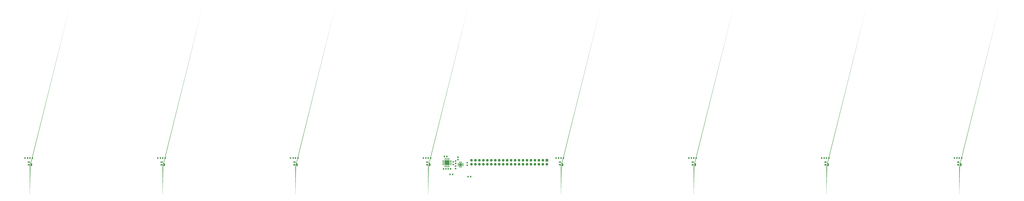
<source format=gbr>
%TF.GenerationSoftware,KiCad,Pcbnew,9.0.1-9.0.1-0~ubuntu22.04.1*%
%TF.CreationDate,2025-06-14T14:09:09+02:00*%
%TF.ProjectId,recorder,7265636f-7264-4657-922e-6b696361645f,rev?*%
%TF.SameCoordinates,Original*%
%TF.FileFunction,Soldermask,Top*%
%TF.FilePolarity,Negative*%
%FSLAX46Y46*%
G04 Gerber Fmt 4.6, Leading zero omitted, Abs format (unit mm)*
G04 Created by KiCad (PCBNEW 9.0.1-9.0.1-0~ubuntu22.04.1) date 2025-06-14 14:09:09*
%MOMM*%
%LPD*%
G01*
G04 APERTURE LIST*
G04 Aperture macros list*
%AMRoundRect*
0 Rectangle with rounded corners*
0 $1 Rounding radius*
0 $2 $3 $4 $5 $6 $7 $8 $9 X,Y pos of 4 corners*
0 Add a 4 corners polygon primitive as box body*
4,1,4,$2,$3,$4,$5,$6,$7,$8,$9,$2,$3,0*
0 Add four circle primitives for the rounded corners*
1,1,$1+$1,$2,$3*
1,1,$1+$1,$4,$5*
1,1,$1+$1,$6,$7*
1,1,$1+$1,$8,$9*
0 Add four rect primitives between the rounded corners*
20,1,$1+$1,$2,$3,$4,$5,0*
20,1,$1+$1,$4,$5,$6,$7,0*
20,1,$1+$1,$6,$7,$8,$9,0*
20,1,$1+$1,$8,$9,$2,$3,0*%
%AMFreePoly0*
4,1,92,0.117526,0.333263,0.309794,0.295018,0.328553,0.289328,0.509665,0.214309,0.526954,0.205068,0.689950,0.096157,0.705104,0.083721,0.843721,-0.054896,0.856157,-0.070050,0.965068,-0.233046,0.974309,-0.250335,1.049328,-0.431447,1.055018,-0.450206,1.093263,-0.642474,1.095185,-0.661983,1.095185,-0.858017,1.093263,-0.877526,1.055018,-1.069794,1.049328,-1.088553,0.974309,-1.269665,
0.965068,-1.286954,0.856157,-1.449950,0.843721,-1.465104,0.705104,-1.603721,0.689950,-1.616157,0.526954,-1.725068,0.509665,-1.734309,0.328553,-1.809328,0.309794,-1.815018,0.117526,-1.853263,0.098017,-1.855185,-0.098017,-1.855185,-0.117526,-1.853263,-0.309794,-1.815018,-0.328553,-1.809328,-0.509665,-1.734309,-0.526954,-1.725068,-0.689950,-1.616157,-0.705104,-1.603721,-0.843721,-1.465104,
-0.856157,-1.449950,-0.965068,-1.286954,-0.974309,-1.269665,-1.049328,-1.088553,-1.055018,-1.069794,-1.093263,-0.877526,-1.095185,-0.858017,-1.095185,-0.694175,-0.500000,-0.694175,-0.500000,-0.825824,-0.465924,-0.952995,-0.400101,-1.067003,-0.307003,-1.160101,-0.192995,-1.225924,-0.065824,-1.260000,0.065824,-1.260000,0.192995,-1.225924,0.307003,-1.160101,0.400101,-1.067003,0.465924,-0.952995,
0.500000,-0.825824,0.500000,-0.694175,0.465924,-0.567004,0.400101,-0.452996,0.307003,-0.359898,0.192995,-0.294075,0.065824,-0.260000,-0.065824,-0.260000,-0.192995,-0.294075,-0.307003,-0.359898,-0.400101,-0.452996,-0.465924,-0.567004,-0.500000,-0.694175,-1.095185,-0.694175,-1.095185,-0.661983,-1.093263,-0.642474,-1.055018,-0.450206,-1.049328,-0.431447,-0.974309,-0.250335,-0.965068,-0.233046,
-0.856157,-0.070050,-0.843721,-0.054896,-0.705104,0.083721,-0.689950,0.096157,-0.526954,0.205068,-0.509665,0.214309,-0.328553,0.289328,-0.309794,0.295018,-0.117526,0.333263,-0.098017,0.335185,0.098017,0.335185,0.117526,0.333263,0.117526,0.333263,$1*%
G04 Aperture macros list end*
%ADD10RoundRect,0.225000X-0.225000X-0.250000X0.225000X-0.250000X0.225000X0.250000X-0.225000X0.250000X0*%
%ADD11FreePoly0,90.000000*%
%ADD12RoundRect,0.090000X0.210000X-0.360000X0.210000X0.360000X-0.210000X0.360000X-0.210000X-0.360000X0*%
%ADD13RoundRect,0.200000X0.200000X0.275000X-0.200000X0.275000X-0.200000X-0.275000X0.200000X-0.275000X0*%
%ADD14RoundRect,0.225000X0.250000X-0.225000X0.250000X0.225000X-0.250000X0.225000X-0.250000X-0.225000X0*%
%ADD15R,3.149999X3.149999*%
%ADD16R,1.207120X0.315831*%
%ADD17R,0.315831X1.207120*%
%ADD18RoundRect,0.200000X-0.275000X0.200000X-0.275000X-0.200000X0.275000X-0.200000X0.275000X0.200000X0*%
%ADD19RoundRect,0.225000X0.225000X0.250000X-0.225000X0.250000X-0.225000X-0.250000X0.225000X-0.250000X0*%
%ADD20RoundRect,0.225000X-0.250000X0.225000X-0.250000X-0.225000X0.250000X-0.225000X0.250000X0.225000X0*%
%ADD21R,1.750000X1.750000*%
%ADD22O,0.960000X0.264000*%
%ADD23O,0.264000X0.960000*%
%ADD24RoundRect,0.200000X-0.200000X-0.275000X0.200000X-0.275000X0.200000X0.275000X-0.200000X0.275000X0*%
%ADD25O,1.700000X1.700000*%
%ADD26R,1.700000X1.700000*%
%ADD27RoundRect,0.200000X0.275000X-0.200000X0.275000X0.200000X-0.275000X0.200000X-0.275000X-0.200000X0*%
G04 APERTURE END LIST*
D10*
%TO.C,C3*%
X322061625Y-297999999D03*
X320511625Y-297999999D03*
%TD*%
%TO.C,C7*%
X662011625Y-297999999D03*
X660461625Y-297999999D03*
%TD*%
%TO.C,C1*%
X152061625Y-297999999D03*
X150511625Y-297999999D03*
%TD*%
%TO.C,C6*%
X577011625Y-297999999D03*
X575461625Y-297999999D03*
%TD*%
D11*
%TO.C,U3*%
X235920000Y-301500000D03*
D12*
X235200000Y-302350000D03*
X234500000Y-302350000D03*
X235200000Y-300650000D03*
X234500000Y-300650000D03*
%TD*%
D10*
%TO.C,C8*%
X747011625Y-297999999D03*
X745461625Y-297999999D03*
%TD*%
D13*
%TO.C,R2*%
X232361625Y-297999999D03*
X234011625Y-297999999D03*
%TD*%
D14*
%TO.C,C9*%
X423019200Y-299950000D03*
X423019200Y-301500000D03*
%TD*%
D10*
%TO.C,C5*%
X492011625Y-297999999D03*
X490461625Y-297999999D03*
%TD*%
D11*
%TO.C,U6*%
X490920000Y-301500000D03*
D12*
X490200000Y-302350000D03*
X489500000Y-302350000D03*
X490200000Y-300650000D03*
X489500000Y-300650000D03*
%TD*%
D13*
%TO.C,R4*%
X402350000Y-298000000D03*
X404000000Y-298000000D03*
%TD*%
D11*
%TO.C,U9*%
X745920000Y-301500000D03*
D12*
X745200000Y-302350000D03*
X744500000Y-302350000D03*
X745200000Y-300650000D03*
X744500000Y-300650000D03*
%TD*%
D10*
%TO.C,C2*%
X237061625Y-297999999D03*
X235511625Y-297999999D03*
%TD*%
D15*
%TO.C,U10*%
X417500000Y-301000000D03*
D16*
X419875550Y-299700000D03*
X419875550Y-300350001D03*
X419875550Y-301000000D03*
X419875550Y-301650001D03*
X419875550Y-302300000D03*
D17*
X418800000Y-303375550D03*
X418149999Y-303375550D03*
X417500000Y-303375550D03*
X416849999Y-303375550D03*
X416200000Y-303375550D03*
D16*
X415124450Y-302300000D03*
X415124450Y-301650001D03*
X415124450Y-301000000D03*
X415124450Y-300350001D03*
X415124450Y-299700000D03*
D17*
X416200000Y-298624450D03*
X416849999Y-298624450D03*
X417500000Y-298624450D03*
X418149999Y-298624450D03*
X418800000Y-298624450D03*
%TD*%
D10*
%TO.C,C12*%
X419840000Y-305000000D03*
X418290000Y-305000000D03*
%TD*%
%TO.C,C4*%
X407050000Y-298000000D03*
X405500000Y-298000000D03*
%TD*%
D13*
%TO.C,R12*%
X419500000Y-308500000D03*
X421150000Y-308500000D03*
%TD*%
D18*
%TO.C,R9*%
X421469200Y-302150000D03*
X421469200Y-300500000D03*
%TD*%
D11*
%TO.C,U1*%
X150920000Y-301500000D03*
D12*
X150200000Y-302350000D03*
X149500000Y-302350000D03*
X150200000Y-300650000D03*
X149500000Y-300650000D03*
%TD*%
D11*
%TO.C,U8*%
X660920000Y-301500000D03*
D12*
X660200000Y-302350000D03*
X659500000Y-302350000D03*
X660200000Y-300650000D03*
X659500000Y-300650000D03*
%TD*%
D13*
%TO.C,R1*%
X147350000Y-298000000D03*
X149000000Y-298000000D03*
%TD*%
%TO.C,R7*%
X657350000Y-297999999D03*
X659000000Y-297999999D03*
%TD*%
D19*
%TO.C,C14*%
X415290000Y-305000000D03*
X416840000Y-305000000D03*
%TD*%
D20*
%TO.C,C10*%
X423019200Y-304775000D03*
X423019200Y-303225000D03*
%TD*%
D21*
%TO.C,U2*%
X426163800Y-302250000D03*
D22*
X424679200Y-303000000D03*
X424679200Y-302500000D03*
X424679200Y-302000000D03*
X424679200Y-301500000D03*
D23*
X425413800Y-300765400D03*
X425913800Y-300765400D03*
X426413800Y-300765400D03*
X426913800Y-300765400D03*
D22*
X427648400Y-301500000D03*
X427648400Y-302000000D03*
X427648400Y-302500000D03*
X427648400Y-303000000D03*
D23*
X426913800Y-303734600D03*
X426413800Y-303734600D03*
X425913800Y-303734600D03*
X425413800Y-303734600D03*
%TD*%
D13*
%TO.C,R5*%
X487361625Y-297999999D03*
X489011625Y-297999999D03*
%TD*%
%TO.C,R3*%
X317361625Y-297999999D03*
X319011625Y-297999999D03*
%TD*%
D24*
%TO.C,R13*%
X432650000Y-310000000D03*
X431000000Y-310000000D03*
%TD*%
D13*
%TO.C,R8*%
X742361625Y-297999999D03*
X744011625Y-297999999D03*
%TD*%
%TO.C,R6*%
X572350000Y-297999999D03*
X574000000Y-297999999D03*
%TD*%
D25*
%TO.C,J1*%
X433178810Y-302040000D03*
X433178810Y-299500000D03*
X435718810Y-302040000D03*
X435718810Y-299500000D03*
X438258810Y-302040000D03*
X438258810Y-299500000D03*
X440798810Y-302040000D03*
X440798810Y-299500000D03*
X443338810Y-302040000D03*
X443338810Y-299500000D03*
X445878810Y-302040000D03*
X445878810Y-299500000D03*
X448418810Y-302040000D03*
X448418810Y-299500000D03*
X450958810Y-302040000D03*
X450958810Y-299500000D03*
X453498810Y-302040000D03*
X453498810Y-299500000D03*
X456038810Y-302040000D03*
X456038810Y-299500000D03*
X458578810Y-302040000D03*
X458578810Y-299500000D03*
X461118810Y-302040000D03*
X461118810Y-299500000D03*
X463658810Y-302040000D03*
X463658810Y-299500000D03*
X466198810Y-302040000D03*
X466198810Y-299500000D03*
X468738810Y-302040000D03*
X468738810Y-299500000D03*
X471278810Y-302040000D03*
X471278810Y-299500000D03*
X473818810Y-302040000D03*
X473818810Y-299500000D03*
X476358810Y-302040000D03*
X476358810Y-299500000D03*
X478898810Y-302040000D03*
X478898810Y-299500000D03*
X481438810Y-302040000D03*
D26*
X481438810Y-299500000D03*
%TD*%
D11*
%TO.C,U4*%
X320920000Y-301500000D03*
D12*
X320200000Y-302350000D03*
X319500000Y-302350000D03*
X320200000Y-300650000D03*
X319500000Y-300650000D03*
%TD*%
D14*
%TO.C,C11*%
X424500000Y-297500000D03*
X424500000Y-299050000D03*
%TD*%
D11*
%TO.C,U5*%
X405920000Y-301500000D03*
D12*
X405200000Y-302350000D03*
X404500000Y-302350000D03*
X405200000Y-300650000D03*
X404500000Y-300650000D03*
%TD*%
D11*
%TO.C,U7*%
X575920000Y-301500000D03*
D12*
X575200000Y-302350000D03*
X574500000Y-302350000D03*
X575200000Y-300650000D03*
X574500000Y-300650000D03*
%TD*%
D27*
%TO.C,R14*%
X430500000Y-301000000D03*
X430500000Y-302650000D03*
%TD*%
D19*
%TO.C,C13*%
X415840000Y-297000000D03*
X417390000Y-297000000D03*
%TD*%
M02*

</source>
